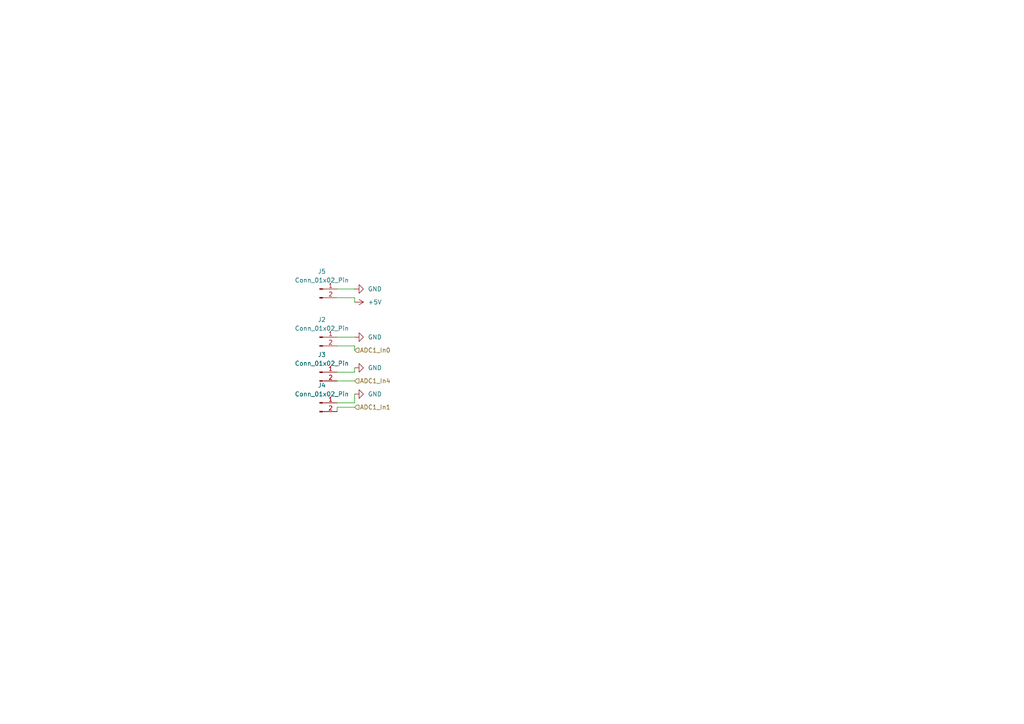
<source format=kicad_sch>
(kicad_sch (version 20231120) (generator "eeschema") (generator_version "8.0")
  (paper "A4")
  (lib_symbols
    (symbol "Connector:Conn_01x02_Pin" (pin_names (offset 1.016) hide)
      (property "Reference" "J" (at 0 2.54 0))
      (property "Value" "Conn_01x02_Pin" (at 0 -5.08 0))
      (symbol "Conn_01x02_Pin_1_1"
        (polyline (pts (xy 1.27 -2.54) (xy 0.8636 -2.54)) (stroke (width 0.1524)))
        (polyline (pts (xy 1.27 0) (xy 0.8636 0)) (stroke (width 0.1524)))
        (rectangle (start 0.8636 -2.413) (end 0 -2.667) (stroke (width 0.1524)) (fill (type outline)))
        (rectangle (start 0.8636 0.127) (end 0 -0.127) (stroke (width 0.1524)) (fill (type outline)))
        (pin passive line (at 5.08 0 180) (length 3.81) (name "Pin_1") (number "1"))
        (pin passive line (at 5.08 -2.54 180) (length 3.81) (name "Pin_2") (number "2"))
      )
    )
    (symbol "power:+5V" (power) (pin_numbers hide) (pin_names (offset 0) hide)
      (property "Value" "+5V" (at 0 3.556 0))
      (symbol "+5V_0_1"
        (polyline (pts (xy -0.762 1.27) (xy 0 2.54)))
        (polyline (pts (xy 0 0) (xy 0 2.54)))
        (polyline (pts (xy 0 2.54) (xy 0.762 1.27)))
      )
      (symbol "+5V_1_1"
        (pin power_in line (at 0 0 90) (length 0) (name "~") (number "1"))
      )
    )
    (symbol "power:GND" (power) (pin_numbers hide) (pin_names (offset 0) hide)
      (property "Value" "GND" (at 0 -3.81 0))
      (symbol "GND_0_1"
        (polyline (pts (xy 0 0) (xy 0 -1.27) (xy 1.27 -1.27) (xy 0 -2.54) (xy -1.27 -1.27) (xy 0 -1.27)))
      )
      (symbol "GND_1_1"
        (pin power_in line (at 0 0 270) (length 0) (name "~") (number "1"))
      )
    )
  )
  (wire (pts (xy 97.79 107.95) (xy 102.87 107.95)))
  (wire (pts (xy 102.87 118.11) (xy 97.79 118.11)))
  (wire (pts (xy 97.79 118.11) (xy 97.79 119.38)))
  (wire (pts (xy 102.87 107.95) (xy 102.87 106.68)))
  (wire (pts (xy 97.79 83.82) (xy 102.87 83.82)))
  (wire (pts (xy 102.87 86.36) (xy 102.87 87.63)))
  (wire (pts (xy 97.79 110.49) (xy 102.87 110.49)))
  (wire (pts (xy 97.79 116.84) (xy 102.87 116.84)))
  (wire (pts (xy 97.79 86.36) (xy 102.87 86.36)))
  (wire (pts (xy 97.79 100.33) (xy 102.87 100.33)))
  (wire (pts (xy 97.79 97.79) (xy 102.87 97.79)))
  (wire (pts (xy 102.87 100.33) (xy 102.87 101.6)))
  (wire (pts (xy 102.87 116.84) (xy 102.87 114.3)))
  (hierarchical_label "ADC1_In4" (shape input) (at 102.87 110.49 0))
  (hierarchical_label "ADC1_In1" (shape input) (at 102.87 118.11 0))
  (hierarchical_label "ADC1_In0" (shape input) (at 102.87 101.6 0))
  (symbol (lib_id "power:GND") (at 102.87 83.82 90) (unit 1)
    (property "Reference" "#PWR09" (effects (hide yes)))
    (property "Value" "GND" (at 106.68 83.8199 90) (effects (justify right)))
    (property "Description" "Power symbol creates a global label with name \"GND\" , ground" (effects (hide yes)))
  )
  (symbol (lib_id "power:+5V") (at 102.87 87.63 270) (unit 1)
    (property "Reference" "#PWR010" (effects (hide yes)))
    (property "Value" "+5V" (at 106.68 87.6299 90) (effects (justify left)))
    (property "Description" "Power symbol creates a global label with name \"+5V\"" (effects (hide yes)))
  )
  (symbol (lib_id "Connector:Conn_01x02_Pin") (at 92.71 83.82 0) (unit 1)
    (property "Reference" "J5" (at 93.345 78.74 0))
    (property "Value" "Conn_01x02_Pin" (at 93.345 81.28 0))
    (property "Footprint" "2. Connector_Molex:CON_436500227_MOL" (effects (hide yes)))
    (property "Description" "Generic connector, single row, 01x02, script generated" (effects (hide yes)))
  )
  (symbol (lib_id "Connector:Conn_01x02_Pin") (at 92.71 107.95 0) (unit 1)
    (property "Reference" "J3" (at 93.345 102.87 0))
    (property "Value" "Conn_01x02_Pin" (at 93.345 105.41 0))
    (property "Footprint" "2. Connector_Molex:CON_436500227_MOL" (effects (hide yes)))
    (property "Description" "Generic connector, single row, 01x02, script generated" (effects (hide yes)))
  )
  (symbol (lib_id "power:GND") (at 102.87 97.79 90) (unit 1)
    (property "Reference" "#PWR01" (effects (hide yes)))
    (property "Value" "GND" (at 106.68 97.7899 90) (effects (justify right)))
    (property "Description" "Power symbol creates a global label with name \"GND\" , ground" (effects (hide yes)))
  )
  (symbol (lib_id "Connector:Conn_01x02_Pin") (at 92.71 97.79 0) (unit 1)
    (property "Reference" "J2" (at 93.345 92.71 0))
    (property "Value" "Conn_01x02_Pin" (at 93.345 95.25 0))
    (property "Footprint" "2. Connector_Molex:CON_436500227_MOL" (effects (hide yes)))
    (property "Description" "Generic connector, single row, 01x02, script generated" (effects (hide yes)))
  )
  (symbol (lib_id "power:GND") (at 102.87 106.68 90) (unit 1)
    (property "Reference" "#PWR04" (effects (hide yes)))
    (property "Value" "GND" (at 106.68 106.6799 90) (effects (justify right)))
    (property "Description" "Power symbol creates a global label with name \"GND\" , ground" (effects (hide yes)))
  )
  (symbol (lib_id "power:GND") (at 102.87 114.3 90) (unit 1)
    (property "Reference" "#PWR03" (effects (hide yes)))
    (property "Value" "GND" (at 106.68 114.2999 90) (effects (justify right)))
    (property "Description" "Power symbol creates a global label with name \"GND\" , ground" (effects (hide yes)))
  )
  (symbol (lib_id "Connector:Conn_01x02_Pin") (at 92.71 116.84 0) (unit 1)
    (property "Reference" "J4" (at 93.345 111.76 0))
    (property "Value" "Conn_01x02_Pin" (at 93.345 114.3 0))
    (property "Footprint" "2. Connector_Molex:CON_436500227_MOL" (effects (hide yes)))
    (property "Description" "Generic connector, single row, 01x02, script generated" (effects (hide yes)))
  )
)
</source>
